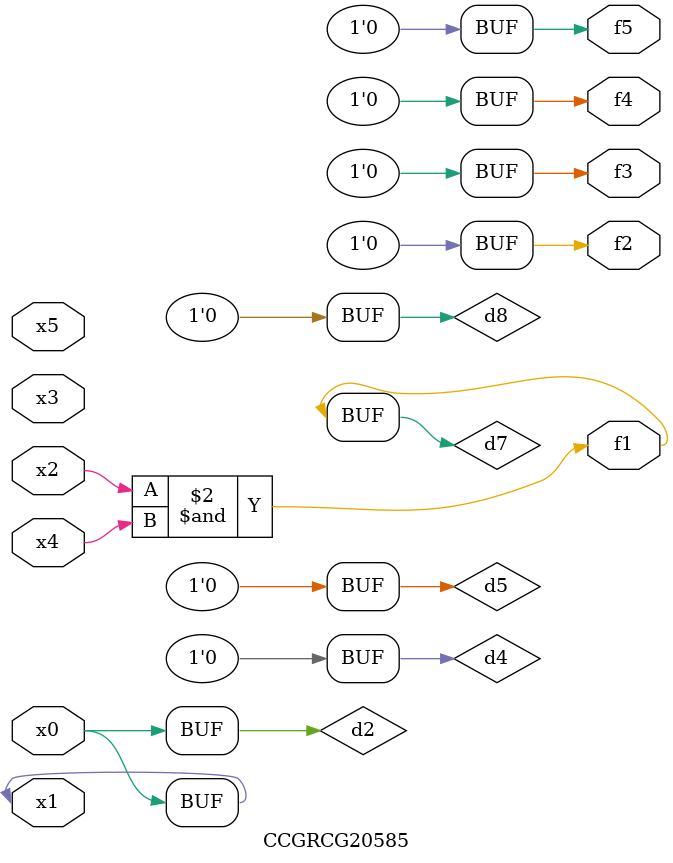
<source format=v>
module CCGRCG20585(
	input x0, x1, x2, x3, x4, x5,
	output f1, f2, f3, f4, f5
);

	wire d1, d2, d3, d4, d5, d6, d7, d8, d9;

	nand (d1, x1);
	buf (d2, x0, x1);
	nand (d3, x2, x4);
	and (d4, d1, d2);
	and (d5, d1, d2);
	nand (d6, d1, d3);
	not (d7, d3);
	xor (d8, d5);
	nor (d9, d5, d6);
	assign f1 = d7;
	assign f2 = d8;
	assign f3 = d8;
	assign f4 = d8;
	assign f5 = d8;
endmodule

</source>
